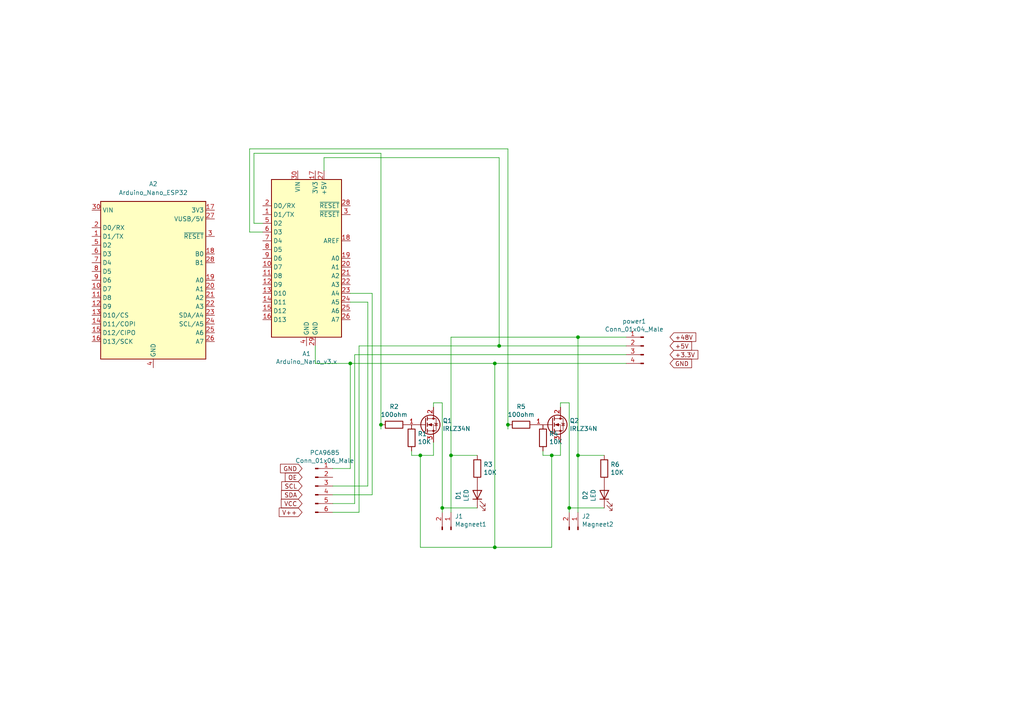
<source format=kicad_sch>
(kicad_sch (version 20250114) (generator "eeschema") (generator_version "9.0")
  (paper "A4")
  (lib_symbols
    (symbol "Connector:Conn_01x02_Male" (pin_names (offset 1.016) (hide yes))
      (property "Reference" "J" (at 0 2.54 0))
      (property "Value" "Connector_Conn_01x02_Male" (at 0 -5.08 0))
      (symbol "Conn_01x02_Male_1_1"
        (rectangle (start 0.8636 0.127) (end 0 -0.127) (stroke (width 0.1524)) (fill (type outline)))
        (rectangle (start 0.8636 -2.413) (end 0 -2.667) (stroke (width 0.1524)) (fill (type outline)))
        (polyline (pts (xy 1.27 0) (xy 0.8636 0)) (stroke (width 0.1524)))
        (polyline (pts (xy 1.27 -2.54) (xy 0.8636 -2.54)) (stroke (width 0.1524)))
        (pin passive line (at 5.08 0 180) (length 3.81) (name "Pin_1") (number "1"))
        (pin passive line (at 5.08 -2.54 180) (length 3.81) (name "Pin_2") (number "2"))
      )
    )
    (symbol "Connector:Conn_01x04_Male" (pin_names (offset 1.016) (hide yes))
      (property "Reference" "J" (at 0 5.08 0))
      (property "Value" "Connector_Conn_01x04_Male" (at 0 -7.62 0))
      (symbol "Conn_01x04_Male_1_1"
        (rectangle (start 0.8636 2.667) (end 0 2.413) (stroke (width 0.1524)) (fill (type outline)))
        (rectangle (start 0.8636 0.127) (end 0 -0.127) (stroke (width 0.1524)) (fill (type outline)))
        (rectangle (start 0.8636 -2.413) (end 0 -2.667) (stroke (width 0.1524)) (fill (type outline)))
        (rectangle (start 0.8636 -4.953) (end 0 -5.207) (stroke (width 0.1524)) (fill (type outline)))
        (polyline (pts (xy 1.27 2.54) (xy 0.8636 2.54)) (stroke (width 0.1524)))
        (polyline (pts (xy 1.27 0) (xy 0.8636 0)) (stroke (width 0.1524)))
        (polyline (pts (xy 1.27 -2.54) (xy 0.8636 -2.54)) (stroke (width 0.1524)))
        (polyline (pts (xy 1.27 -5.08) (xy 0.8636 -5.08)) (stroke (width 0.1524)))
        (pin passive line (at 5.08 2.54 180) (length 3.81) (name "Pin_1") (number "1"))
        (pin passive line (at 5.08 0 180) (length 3.81) (name "Pin_2") (number "2"))
        (pin passive line (at 5.08 -2.54 180) (length 3.81) (name "Pin_3") (number "3"))
        (pin passive line (at 5.08 -5.08 180) (length 3.81) (name "Pin_4") (number "4"))
      )
    )
    (symbol "Connector:Conn_01x06_Male" (pin_names (offset 1.016) (hide yes))
      (property "Reference" "J" (at 0 7.62 0))
      (property "Value" "Connector_Conn_01x06_Male" (at 0 -10.16 0))
      (symbol "Conn_01x06_Male_1_1"
        (rectangle (start 0.8636 5.207) (end 0 4.953) (stroke (width 0.1524)) (fill (type outline)))
        (rectangle (start 0.8636 2.667) (end 0 2.413) (stroke (width 0.1524)) (fill (type outline)))
        (rectangle (start 0.8636 0.127) (end 0 -0.127) (stroke (width 0.1524)) (fill (type outline)))
        (rectangle (start 0.8636 -2.413) (end 0 -2.667) (stroke (width 0.1524)) (fill (type outline)))
        (rectangle (start 0.8636 -4.953) (end 0 -5.207) (stroke (width 0.1524)) (fill (type outline)))
        (rectangle (start 0.8636 -7.493) (end 0 -7.747) (stroke (width 0.1524)) (fill (type outline)))
        (polyline (pts (xy 1.27 5.08) (xy 0.8636 5.08)) (stroke (width 0.1524)))
        (polyline (pts (xy 1.27 2.54) (xy 0.8636 2.54)) (stroke (width 0.1524)))
        (polyline (pts (xy 1.27 0) (xy 0.8636 0)) (stroke (width 0.1524)))
        (polyline (pts (xy 1.27 -2.54) (xy 0.8636 -2.54)) (stroke (width 0.1524)))
        (polyline (pts (xy 1.27 -5.08) (xy 0.8636 -5.08)) (stroke (width 0.1524)))
        (polyline (pts (xy 1.27 -7.62) (xy 0.8636 -7.62)) (stroke (width 0.1524)))
        (pin passive line (at 5.08 5.08 180) (length 3.81) (name "Pin_1") (number "1"))
        (pin passive line (at 5.08 2.54 180) (length 3.81) (name "Pin_2") (number "2"))
        (pin passive line (at 5.08 0 180) (length 3.81) (name "Pin_3") (number "3"))
        (pin passive line (at 5.08 -2.54 180) (length 3.81) (name "Pin_4") (number "4"))
        (pin passive line (at 5.08 -5.08 180) (length 3.81) (name "Pin_5") (number "5"))
        (pin passive line (at 5.08 -7.62 180) (length 3.81) (name "Pin_6") (number "6"))
      )
    )
    (symbol "Device:LED" (pin_numbers (hide yes)) (pin_names (offset 1.016) (hide yes))
      (property "Reference" "D" (at 0 2.54 0))
      (property "Value" "LED" (at 0 -2.54 0))
      (symbol "LED_0_1"
        (polyline (pts (xy -3.048 -0.762) (xy -4.572 -2.286) (xy -3.81 -2.286) (xy -4.572 -2.286) (xy -4.572 -1.524)))
        (polyline (pts (xy -1.778 -0.762) (xy -3.302 -2.286) (xy -2.54 -2.286) (xy -3.302 -2.286) (xy -3.302 -1.524)))
        (polyline (pts (xy -1.27 0) (xy 1.27 0)))
        (polyline (pts (xy -1.27 -1.27) (xy -1.27 1.27)) (stroke (width 0.254)))
        (polyline (pts (xy 1.27 -1.27) (xy 1.27 1.27) (xy -1.27 0) (xy 1.27 -1.27)) (stroke (width 0.254)))
      )
      (symbol "LED_1_1"
        (pin passive line (at -3.81 0 0) (length 2.54) (name "K") (number "1"))
        (pin passive line (at 3.81 0 180) (length 2.54) (name "A") (number "2"))
      )
    )
    (symbol "Device:R" (pin_numbers (hide yes)) (pin_names (offset 0))
      (property "Reference" "R" (at 2.032 0 90))
      (property "Value" "R" (at 0 0 90))
      (symbol "R_0_1"
        (rectangle (start -1.016 -2.54) (end 1.016 2.54) (stroke (width 0.254)))
      )
      (symbol "R_1_1"
        (pin passive line (at 0 3.81 270) (length 1.27) (name "~") (number "1"))
        (pin passive line (at 0 -3.81 90) (length 1.27) (name "~") (number "2"))
      )
    )
    (symbol "MCU_Module:Arduino_Nano_ESP32"
      (property "Reference" "A" (at -14.986 23.622 0))
      (property "Value" "Arduino_Nano_ESP32" (at 3.81 -25.654 0))
      (symbol "Arduino_Nano_ESP32_0_1"
        (rectangle (start -15.24 22.86) (end 15.24 -22.86) (stroke (width 0.254)) (fill (type background)))
      )
      (symbol "Arduino_Nano_ESP32_1_1"
        (pin power_in line (at -17.78 20.32 0) (length 2.54) (name "VIN") (number "30"))
        (pin bidirectional line (at -17.78 15.24 0) (length 2.54) (name "D0/RX") (number "2"))
        (pin bidirectional line (at -17.78 12.7 0) (length 2.54) (name "D1/TX") (number "1"))
        (pin bidirectional line (at -17.78 10.16 0) (length 2.54) (name "D2") (number "5"))
        (pin bidirectional line (at -17.78 7.62 0) (length 2.54) (name "D3") (number "6"))
        (pin bidirectional line (at -17.78 5.08 0) (length 2.54) (name "D4") (number "7"))
        (pin bidirectional line (at -17.78 2.54 0) (length 2.54) (name "D5") (number "8"))
        (pin bidirectional line (at -17.78 0 0) (length 2.54) (name "D6") (number "9"))
        (pin bidirectional line (at -17.78 -2.54 0) (length 2.54) (name "D7") (number "10"))
        (pin bidirectional line (at -17.78 -5.08 0) (length 2.54) (name "D8") (number "11"))
        (pin bidirectional line (at -17.78 -7.62 0) (length 2.54) (name "D9") (number "12"))
        (pin bidirectional line (at -17.78 -10.16 0) (length 2.54) (name "D10/CS") (number "13"))
        (pin bidirectional line (at -17.78 -12.7 0) (length 2.54) (name "D11/COPI") (number "14"))
        (pin bidirectional line (at -17.78 -15.24 0) (length 2.54) (name "D12/CIPO") (number "15"))
        (pin bidirectional line (at -17.78 -17.78 0) (length 2.54) (name "D13/SCK") (number "16"))
        (pin passive line (at 0 -25.4 90) (length 2.54) (hide yes) (name "GND") (number "29"))
        (pin power_in line (at 0 -25.4 90) (length 2.54) (name "GND") (number "4"))
        (pin power_out line (at 17.78 20.32 180) (length 2.54) (name "3V3") (number "17"))
        (pin power_out line (at 17.78 17.78 180) (length 2.54) (name "VUSB/5V") (number "27"))
        (pin input line (at 17.78 12.7 180) (length 2.54) (name "~{RESET}") (number "3"))
        (pin bidirectional line (at 17.78 7.62 180) (length 2.54) (name "B0") (number "18"))
        (pin bidirectional line (at 17.78 5.08 180) (length 2.54) (name "B1") (number "28"))
        (pin bidirectional line (at 17.78 0 180) (length 2.54) (name "A0") (number "19"))
        (pin bidirectional line (at 17.78 -2.54 180) (length 2.54) (name "A1") (number "20"))
        (pin bidirectional line (at 17.78 -5.08 180) (length 2.54) (name "A2") (number "21"))
        (pin bidirectional line (at 17.78 -7.62 180) (length 2.54) (name "A3") (number "22"))
        (pin bidirectional line (at 17.78 -10.16 180) (length 2.54) (name "SDA/A4") (number "23"))
        (pin bidirectional line (at 17.78 -12.7 180) (length 2.54) (name "SCL/A5") (number "24"))
        (pin bidirectional line (at 17.78 -15.24 180) (length 2.54) (name "A6") (number "25"))
        (pin bidirectional line (at 17.78 -17.78 180) (length 2.54) (name "A7") (number "26"))
      )
    )
    (symbol "MCU_Module:Arduino_Nano_v3.x"
      (property "Reference" "A" (at -10.16 23.495 0))
      (property "Value" "Arduino_Nano_v3.x" (at 5.08 -24.13 0))
      (symbol "Arduino_Nano_v3.x_0_1"
        (rectangle (start -10.16 22.86) (end 10.16 -22.86) (stroke (width 0.254)) (fill (type background)))
      )
      (symbol "Arduino_Nano_v3.x_1_1"
        (pin bidirectional line (at -12.7 15.24 0) (length 2.54) (name "D0/RX") (number "2"))
        (pin bidirectional line (at -12.7 12.7 0) (length 2.54) (name "D1/TX") (number "1"))
        (pin bidirectional line (at -12.7 10.16 0) (length 2.54) (name "D2") (number "5"))
        (pin bidirectional line (at -12.7 7.62 0) (length 2.54) (name "D3") (number "6"))
        (pin bidirectional line (at -12.7 5.08 0) (length 2.54) (name "D4") (number "7"))
        (pin bidirectional line (at -12.7 2.54 0) (length 2.54) (name "D5") (number "8"))
        (pin bidirectional line (at -12.7 0 0) (length 2.54) (name "D6") (number "9"))
        (pin bidirectional line (at -12.7 -2.54 0) (length 2.54) (name "D7") (number "10"))
        (pin bidirectional line (at -12.7 -5.08 0) (length 2.54) (name "D8") (number "11"))
        (pin bidirectional line (at -12.7 -7.62 0) (length 2.54) (name "D9") (number "12"))
        (pin bidirectional line (at -12.7 -10.16 0) (length 2.54) (name "D10") (number "13"))
        (pin bidirectional line (at -12.7 -12.7 0) (length 2.54) (name "D11") (number "14"))
        (pin bidirectional line (at -12.7 -15.24 0) (length 2.54) (name "D12") (number "15"))
        (pin bidirectional line (at -12.7 -17.78 0) (length 2.54) (name "D13") (number "16"))
        (pin power_in line (at -2.54 25.4 270) (length 2.54) (name "VIN") (number "30"))
        (pin power_in line (at 0 -25.4 90) (length 2.54) (name "GND") (number "4"))
        (pin power_out line (at 2.54 25.4 270) (length 2.54) (name "3V3") (number "17"))
        (pin power_in line (at 2.54 -25.4 90) (length 2.54) (name "GND") (number "29"))
        (pin power_out line (at 5.08 25.4 270) (length 2.54) (name "+5V") (number "27"))
        (pin input line (at 12.7 15.24 180) (length 2.54) (name "~{RESET}") (number "28"))
        (pin input line (at 12.7 12.7 180) (length 2.54) (name "~{RESET}") (number "3"))
        (pin input line (at 12.7 5.08 180) (length 2.54) (name "AREF") (number "18"))
        (pin bidirectional line (at 12.7 0 180) (length 2.54) (name "A0") (number "19"))
        (pin bidirectional line (at 12.7 -2.54 180) (length 2.54) (name "A1") (number "20"))
        (pin bidirectional line (at 12.7 -5.08 180) (length 2.54) (name "A2") (number "21"))
        (pin bidirectional line (at 12.7 -7.62 180) (length 2.54) (name "A3") (number "22"))
        (pin bidirectional line (at 12.7 -10.16 180) (length 2.54) (name "A4") (number "23"))
        (pin bidirectional line (at 12.7 -12.7 180) (length 2.54) (name "A5") (number "24"))
        (pin bidirectional line (at 12.7 -15.24 180) (length 2.54) (name "A6") (number "25"))
        (pin bidirectional line (at 12.7 -17.78 180) (length 2.54) (name "A7") (number "26"))
      )
    )
    (symbol "Transistor_FET:IRLZ34N" (pin_names (hide yes))
      (property "Reference" "Q" (at 5.08 1.905 0))
      (property "Value" "IRLZ34N" (at 5.08 0 0))
      (symbol "IRLZ34N_0_1"
        (polyline (pts (xy 0.254 1.905) (xy 0.254 -1.905)) (stroke (width 0.254)))
        (polyline (pts (xy 0.254 0) (xy -2.54 0)))
        (polyline (pts (xy 0.762 2.286) (xy 0.762 1.27)) (stroke (width 0.254)))
        (polyline (pts (xy 0.762 0.508) (xy 0.762 -0.508)) (stroke (width 0.254)))
        (polyline (pts (xy 0.762 -1.27) (xy 0.762 -2.286)) (stroke (width 0.254)))
        (polyline (pts (xy 0.762 -1.778) (xy 3.302 -1.778) (xy 3.302 1.778) (xy 0.762 1.778)))
        (polyline (pts (xy 1.016 0) (xy 2.032 0.381) (xy 2.032 -0.381) (xy 1.016 0)) (fill (type outline)))
        (circle (center 1.651 0) (radius 2.794) (stroke (width 0.254)))
        (polyline (pts (xy 2.54 2.54) (xy 2.54 1.778)))
        (circle (center 2.54 1.778) (radius 0.254) (fill (type outline)))
        (circle (center 2.54 -1.778) (radius 0.254) (fill (type outline)))
        (polyline (pts (xy 2.54 -2.54) (xy 2.54 0) (xy 0.762 0)))
        (polyline (pts (xy 2.794 0.508) (xy 2.921 0.381) (xy 3.683 0.381) (xy 3.81 0.254)))
        (polyline (pts (xy 3.302 0.381) (xy 2.921 -0.254) (xy 3.683 -0.254) (xy 3.302 0.381)))
      )
      (symbol "IRLZ34N_1_1"
        (pin input line (at -5.08 0 0) (length 2.54) (name "G") (number "1"))
        (pin passive line (at 2.54 5.08 270) (length 2.54) (name "D") (number "2"))
        (pin passive line (at 2.54 -5.08 90) (length 2.54) (name "S") (number "3"))
      )
    )
  )
  (junction (at 147.32 123.19))
  (junction (at 144.78 100.33))
  (junction (at 167.64 132.08))
  (junction (at 110.49 123.19))
  (junction (at 130.81 132.08))
  (junction (at 160.02 132.08))
  (junction (at 101.6 105.41))
  (junction (at 165.1 147.32))
  (junction (at 121.92 132.08))
  (junction (at 167.64 97.79))
  (junction (at 143.51 105.41))
  (junction (at 128.27 147.32))
  (junction (at 143.51 158.75))
  (wire (pts (xy 143.51 158.75) (xy 143.51 105.41)))
  (wire (pts (xy 93.98 49.53) (xy 93.98 45.72)))
  (wire (pts (xy 101.6 135.89) (xy 101.6 105.41)))
  (wire (pts (xy 107.95 85.09) (xy 101.6 85.09)))
  (wire (pts (xy 125.73 116.84) (xy 125.73 118.11)))
  (wire (pts (xy 165.1 147.32) (xy 165.1 116.84)))
  (wire (pts (xy 143.51 105.41) (xy 101.6 105.41)))
  (wire (pts (xy 106.68 87.63) (xy 101.6 87.63)))
  (wire (pts (xy 162.56 132.08) (xy 162.56 128.27)))
  (wire (pts (xy 93.98 45.72) (xy 144.78 45.72)))
  (wire (pts (xy 130.81 97.79) (xy 167.64 97.79)))
  (wire (pts (xy 175.26 132.08) (xy 167.64 132.08)))
  (wire (pts (xy 110.49 44.45) (xy 73.66 44.45)))
  (wire (pts (xy 104.14 100.33) (xy 144.78 100.33)))
  (wire (pts (xy 73.66 44.45) (xy 73.66 64.77)))
  (wire (pts (xy 147.32 123.19) (xy 147.32 43.18)))
  (wire (pts (xy 130.81 148.59) (xy 130.81 132.08)))
  (wire (pts (xy 72.39 67.31) (xy 76.2 67.31)))
  (wire (pts (xy 125.73 132.08) (xy 125.73 128.27)))
  (wire (pts (xy 128.27 148.59) (xy 128.27 147.32)))
  (wire (pts (xy 102.87 146.05) (xy 102.87 102.87)))
  (wire (pts (xy 110.49 123.19) (xy 110.49 44.45)))
  (wire (pts (xy 144.78 45.72) (xy 144.78 100.33)))
  (wire (pts (xy 104.14 148.59) (xy 104.14 100.33)))
  (wire (pts (xy 147.32 43.18) (xy 72.39 43.18)))
  (wire (pts (xy 143.51 158.75) (xy 160.02 158.75)))
  (wire (pts (xy 107.95 143.51) (xy 107.95 85.09)))
  (wire (pts (xy 128.27 147.32) (xy 128.27 116.84)))
  (wire (pts (xy 91.44 100.33) (xy 91.44 105.41)))
  (wire (pts (xy 162.56 116.84) (xy 162.56 118.11)))
  (wire (pts (xy 121.92 158.75) (xy 143.51 158.75)))
  (wire (pts (xy 167.64 148.59) (xy 167.64 132.08)))
  (wire (pts (xy 96.52 146.05) (xy 102.87 146.05)))
  (wire (pts (xy 96.52 135.89) (xy 101.6 135.89)))
  (wire (pts (xy 106.68 140.97) (xy 106.68 87.63)))
  (wire (pts (xy 144.78 100.33) (xy 181.61 100.33)))
  (wire (pts (xy 167.64 97.79) (xy 181.61 97.79)))
  (wire (pts (xy 121.92 132.08) (xy 125.73 132.08)))
  (wire (pts (xy 167.64 132.08) (xy 167.64 97.79)))
  (wire (pts (xy 138.43 147.32) (xy 128.27 147.32)))
  (wire (pts (xy 119.38 132.08) (xy 121.92 132.08)))
  (wire (pts (xy 96.52 140.97) (xy 106.68 140.97)))
  (wire (pts (xy 128.27 116.84) (xy 125.73 116.84)))
  (wire (pts (xy 121.92 132.08) (xy 121.92 158.75)))
  (wire (pts (xy 157.48 130.81) (xy 157.48 132.08)))
  (wire (pts (xy 73.66 64.77) (xy 76.2 64.77)))
  (wire (pts (xy 181.61 105.41) (xy 143.51 105.41)))
  (wire (pts (xy 165.1 116.84) (xy 162.56 116.84)))
  (wire (pts (xy 147.32 123.19) (xy 147.32 124.46)))
  (wire (pts (xy 72.39 43.18) (xy 72.39 67.31)))
  (wire (pts (xy 165.1 148.59) (xy 165.1 147.32)))
  (wire (pts (xy 101.6 105.41) (xy 91.44 105.41)))
  (wire (pts (xy 160.02 132.08) (xy 160.02 158.75)))
  (wire (pts (xy 119.38 130.81) (xy 119.38 132.08)))
  (wire (pts (xy 102.87 102.87) (xy 181.61 102.87)))
  (wire (pts (xy 96.52 143.51) (xy 107.95 143.51)))
  (wire (pts (xy 175.26 147.32) (xy 165.1 147.32)))
  (wire (pts (xy 157.48 132.08) (xy 160.02 132.08)))
  (wire (pts (xy 96.52 148.59) (xy 104.14 148.59)))
  (wire (pts (xy 130.81 132.08) (xy 138.43 132.08)))
  (wire (pts (xy 160.02 132.08) (xy 162.56 132.08)))
  (wire (pts (xy 110.49 123.19) (xy 110.49 124.46)))
  (wire (pts (xy 130.81 132.08) (xy 130.81 97.79)))
  (global_label "V++" (shape input) (at 87.63 148.59 180) (property "Intersheetrefs" "${INTERSHEET_REFS}" (effects (hide yes))))
  (global_label "+3.3V" (shape input) (at 194.31 102.87 0) (property "Intersheetrefs" "${INTERSHEET_REFS}" (effects (hide yes))))
  (global_label "+5V" (shape input) (at 194.31 100.33 0) (property "Intersheetrefs" "${INTERSHEET_REFS}" (effects (hide yes))))
  (global_label "VCC" (shape input) (at 87.63 146.05 180) (property "Intersheetrefs" "${INTERSHEET_REFS}" (effects (hide yes))))
  (global_label "OE" (shape input) (at 87.63 138.43 180) (property "Intersheetrefs" "${INTERSHEET_REFS}" (effects (hide yes))))
  (global_label "GND" (shape input) (at 194.31 105.41 0) (property "Intersheetrefs" "${INTERSHEET_REFS}" (effects (hide yes))))
  (global_label "+48V" (shape input) (at 194.31 97.79 0) (property "Intersheetrefs" "${INTERSHEET_REFS}" (effects (hide yes))))
  (global_label "GND" (shape input) (at 87.63 135.89 180) (property "Intersheetrefs" "${INTERSHEET_REFS}" (effects (hide yes))))
  (global_label "SCL" (shape input) (at 87.63 140.97 180) (property "Intersheetrefs" "${INTERSHEET_REFS}" (effects (hide yes))))
  (global_label "SDA" (shape input) (at 87.63 143.51 180) (property "Intersheetrefs" "${INTERSHEET_REFS}" (effects (hide yes))))
  (symbol (lib_id "MCU_Module:Arduino_Nano_v3.x") (at 88.9 74.93 0) (unit 1)
    (property "Reference" "A1" (at 88.9 102.5906 0))
    (property "Value" "Arduino_Nano_v3.x" (at 88.9 104.902 0))
    (property "Footprint" "Module:Arduino_Nano" (effects (hide yes)))
    (property "Datasheet" "http://www.mouser.com/pdfdocs/Gravitech_Arduino_Nano3_0.pdf" (effects (hide yes)))
  )
  (symbol (lib_id "Transistor_FET:IRLZ34N") (at 123.19 123.19 0) (unit 1)
    (property "Reference" "Q1" (at 128.3716 122.0216 0) (effects (justify left)))
    (property "Value" "IRLZ34N" (at 128.3716 124.333 0) (effects (justify left)))
    (property "Footprint" "Package_TO_SOT_THT:TO-220-3_Vertical" (effects (hide yes)))
    (property "Datasheet" "http://www.infineon.com/dgdl/irlz34npbf.pdf?fileId=5546d462533600a40153567206892720" (effects (hide yes)))
  )
  (symbol (lib_id "Device:R") (at 114.3 123.19 270) (unit 1)
    (property "Reference" "R2" (at 114.3 117.9322 90))
    (property "Value" "100ohm" (at 114.3 120.2436 90))
    (property "Footprint" "Resistor_THT:R_Axial_DIN0204_L3.6mm_D1.6mm_P7.62mm_Horizontal" (effects (hide yes)))
  )
  (symbol (lib_id "Device:LED") (at 138.43 143.51 90) (unit 1)
    (property "Reference" "D1" (at 132.9182 143.6878 0))
    (property "Value" "LED" (at 135.2296 143.6878 0))
    (property "Footprint" "LED_THT:LED_D5.0mm" (effects (hide yes)))
  )
  (symbol (lib_id "Device:R") (at 119.38 127 0) (unit 1)
    (property "Reference" "R1" (at 121.158 125.8316 0) (effects (justify left)))
    (property "Value" "10K" (at 121.158 128.143 0) (effects (justify left)))
    (property "Footprint" "Resistor_THT:R_Axial_DIN0204_L3.6mm_D1.6mm_P7.62mm_Horizontal" (effects (hide yes)))
  )
  (symbol (lib_id "Device:R") (at 138.43 135.89 0) (unit 1)
    (property "Reference" "R3" (at 140.208 134.7216 0) (effects (justify left)))
    (property "Value" "10K" (at 140.208 137.033 0) (effects (justify left)))
    (property "Footprint" "Resistor_THT:R_Axial_DIN0204_L3.6mm_D1.6mm_P7.62mm_Horizontal" (effects (hide yes)))
  )
  (symbol (lib_id "Connector:Conn_01x02_Male") (at 130.81 153.67 270) (mirror x) (unit 1)
    (property "Reference" "J1" (at 131.9276 149.7584 90) (effects (justify left)))
    (property "Value" "Magneet1" (at 131.9276 152.0698 90) (effects (justify left)))
    (property "Footprint" "Connector_PinSocket_2.54mm:PinSocket_1x02_P2.54mm_Vertical" (effects (hide yes)))
  )
  (symbol (lib_id "Connector:Conn_01x04_Male") (at 186.69 100.33 0) (mirror y) (unit 1)
    (property "Reference" "power1" (at 183.9468 93.1926 0))
    (property "Value" "Conn_01x04_Male" (at 183.9468 95.504 0))
    (property "Footprint" "Connector_PinSocket_2.54mm:PinSocket_1x04_P2.54mm_Horizontal" (effects (hide yes)))
  )
  (symbol (lib_id "Connector:Conn_01x06_Male") (at 91.44 140.97 0) (unit 1)
    (property "Reference" "PCA9685" (at 94.1832 131.2926 0))
    (property "Value" "Conn_01x06_Male" (at 94.1832 133.604 0))
    (property "Footprint" "Connector_PinSocket_2.54mm:PinSocket_1x06_P2.54mm_Horizontal" (effects (hide yes)))
  )
  (symbol (lib_id "Device:LED") (at 175.26 143.51 90) (unit 1)
    (property "Reference" "D2" (at 169.7482 143.6878 0))
    (property "Value" "LED" (at 172.0596 143.6878 0))
    (property "Footprint" "LED_THT:LED_D5.0mm" (effects (hide yes)))
  )
  (symbol (lib_id "Device:R") (at 157.48 127 0) (unit 1)
    (property "Reference" "R4" (at 159.258 125.8316 0) (effects (justify left)))
    (property "Value" "10K" (at 159.258 128.143 0) (effects (justify left)))
    (property "Footprint" "Resistor_THT:R_Axial_DIN0204_L3.6mm_D1.6mm_P7.62mm_Horizontal" (effects (hide yes)))
  )
  (symbol (lib_id "Device:R") (at 151.13 123.19 270) (unit 1)
    (property "Reference" "R5" (at 151.13 117.9322 90))
    (property "Value" "100ohm" (at 151.13 120.2436 90))
    (property "Footprint" "Resistor_THT:R_Axial_DIN0204_L3.6mm_D1.6mm_P7.62mm_Horizontal" (effects (hide yes)))
  )
  (symbol (lib_id "Transistor_FET:IRLZ34N") (at 160.02 123.19 0) (unit 1)
    (property "Reference" "Q2" (at 165.2016 122.0216 0) (effects (justify left)))
    (property "Value" "IRLZ34N" (at 165.2016 124.333 0) (effects (justify left)))
    (property "Footprint" "Package_TO_SOT_THT:TO-220-3_Vertical" (effects (hide yes)))
    (property "Datasheet" "http://www.infineon.com/dgdl/irlz34npbf.pdf?fileId=5546d462533600a40153567206892720" (effects (hide yes)))
  )
  (symbol (lib_id "Device:R") (at 175.26 135.89 0) (unit 1)
    (property "Reference" "R6" (at 177.038 134.7216 0) (effects (justify left)))
    (property "Value" "10K" (at 177.038 137.033 0) (effects (justify left)))
    (property "Footprint" "Resistor_THT:R_Axial_DIN0204_L3.6mm_D1.6mm_P7.62mm_Horizontal" (effects (hide yes)))
  )
  (symbol (lib_id "Connector:Conn_01x02_Male") (at 167.64 153.67 270) (mirror x) (unit 1)
    (property "Reference" "J2" (at 168.7576 149.7584 90) (effects (justify left)))
    (property "Value" "Magneet2" (at 168.7576 152.0698 90) (effects (justify left)))
    (property "Footprint" "Connector_PinSocket_2.54mm:PinSocket_1x02_P2.54mm_Vertical" (effects (hide yes)))
  )
  (symbol (lib_id "MCU_Module:Arduino_Nano_ESP32") (at 44.45 81.28 0) (unit 1)
    (property "Reference" "A2" (at 44.45 53.34 0))
    (property "Value" "Arduino_Nano_ESP32" (at 44.45 55.88 0))
    (property "Footprint" "Module:Arduino_Nano" (effects (hide yes)))
    (property "Datasheet" "https://docs.arduino.cc/resources/datasheets/ABX00083-datasheet.pdf" (effects (hide yes)))
    (property "Description" "Arduino Nano board based on the ESP32-S3 with a dual-core 240 MHz processor, 384 kB ROM, 512 kB SRAM. Operates at 3.3V, with 5V USB-C® input and 6-21V VIN. Features Wi-Fi®, Bluetooth® LE, digital and analog pins, and supports SPI, I2C, UART, I2S, and CAN." (effects (hide yes)))
  )
)
</source>
